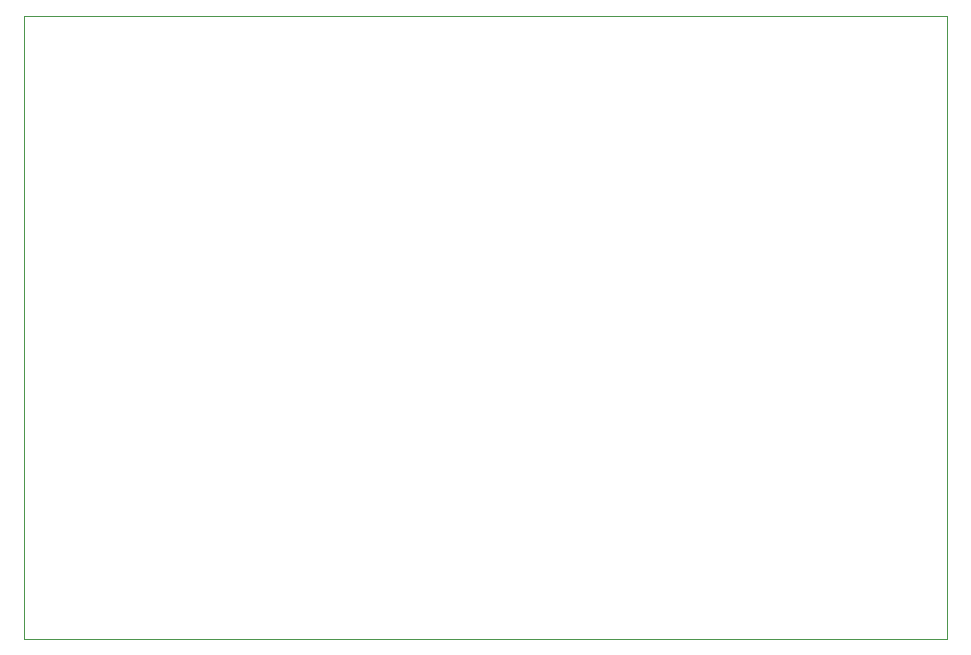
<source format=gbr>
%TF.GenerationSoftware,KiCad,Pcbnew,7.0.7*%
%TF.CreationDate,2024-02-01T19:36:20-05:00*%
%TF.ProjectId,500g Bot Design-2024-01-21,35303067-2042-46f7-9420-44657369676e,rev?*%
%TF.SameCoordinates,Original*%
%TF.FileFunction,Profile,NP*%
%FSLAX46Y46*%
G04 Gerber Fmt 4.6, Leading zero omitted, Abs format (unit mm)*
G04 Created by KiCad (PCBNEW 7.0.7) date 2024-02-01 19:36:20*
%MOMM*%
%LPD*%
G01*
G04 APERTURE LIST*
%TA.AperFunction,Profile*%
%ADD10C,0.100000*%
%TD*%
G04 APERTURE END LIST*
D10*
X53000000Y-77500000D02*
X131200000Y-77500000D01*
X131200000Y-130200000D01*
X53000000Y-130200000D01*
X53000000Y-77500000D01*
M02*

</source>
